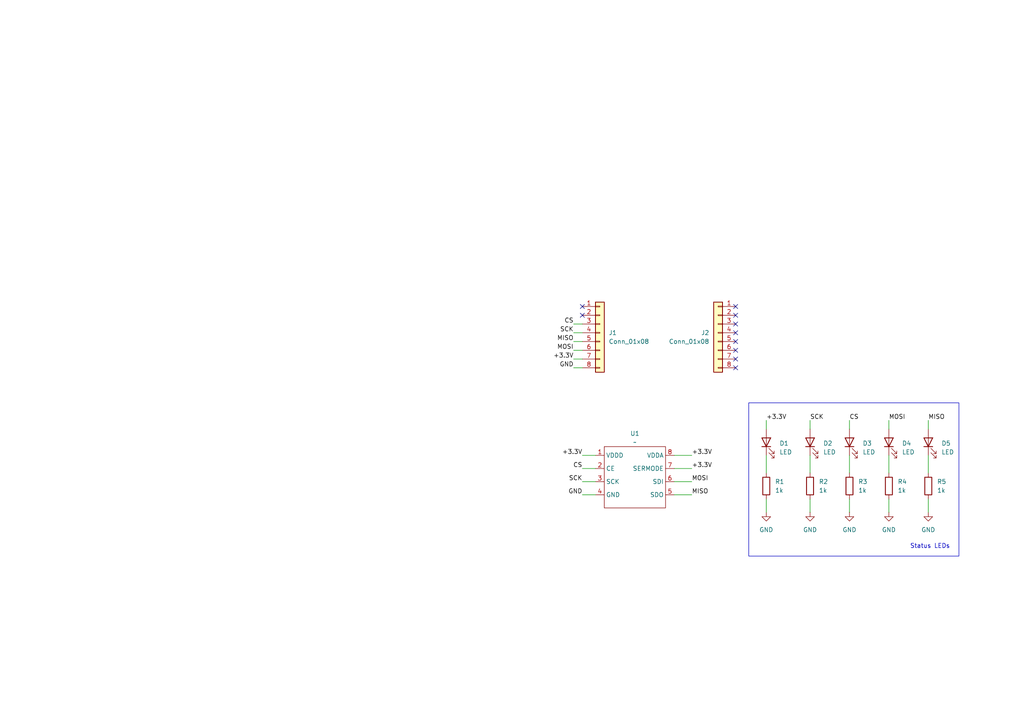
<source format=kicad_sch>
(kicad_sch (version 20231120) (generator "eeschema") (generator_version "8.0")
  (paper "A4")
  (title_block (title "DS1722 mikroBUS PCB") (date "2024-10-01"))
  (lib_symbols
    (symbol "Connector_Generic:Conn_01x08" (pin_names (offset 1.016) hide)
      (property "Reference" "J" (at 0 10.16 0))
      (property "Value" "Conn_01x08" (at 0 -12.7 0))
      (symbol "Conn_01x08_1_1"
        (rectangle (start -1.27 -10.033) (end 0 -10.287) (stroke (width 0.1524)))
        (rectangle (start -1.27 -7.493) (end 0 -7.747) (stroke (width 0.1524)))
        (rectangle (start -1.27 -4.953) (end 0 -5.207) (stroke (width 0.1524)))
        (rectangle (start -1.27 -2.413) (end 0 -2.667) (stroke (width 0.1524)))
        (rectangle (start -1.27 0.127) (end 0 -0.127) (stroke (width 0.1524)))
        (rectangle (start -1.27 2.667) (end 0 2.413) (stroke (width 0.1524)))
        (rectangle (start -1.27 5.207) (end 0 4.953) (stroke (width 0.1524)))
        (rectangle (start -1.27 7.747) (end 0 7.493) (stroke (width 0.1524)))
        (rectangle (start -1.27 8.89) (end 1.27 -11.43) (stroke (width 0.254)) (fill (type background)))
        (pin passive line (at -5.08 7.62 0) (length 3.81) (name "Pin_1") (number "1"))
        (pin passive line (at -5.08 5.08 0) (length 3.81) (name "Pin_2") (number "2"))
        (pin passive line (at -5.08 2.54 0) (length 3.81) (name "Pin_3") (number "3"))
        (pin passive line (at -5.08 0 0) (length 3.81) (name "Pin_4") (number "4"))
        (pin passive line (at -5.08 -2.54 0) (length 3.81) (name "Pin_5") (number "5"))
        (pin passive line (at -5.08 -5.08 0) (length 3.81) (name "Pin_6") (number "6"))
        (pin passive line (at -5.08 -7.62 0) (length 3.81) (name "Pin_7") (number "7"))
        (pin passive line (at -5.08 -10.16 0) (length 3.81) (name "Pin_8") (number "8"))
      )
    )
    (symbol "Device:LED" (pin_numbers hide) (pin_names (offset 1.016) hide)
      (property "Reference" "D" (at 0 2.54 0))
      (property "Value" "LED" (at 0 -2.54 0))
      (symbol "LED_0_1"
        (polyline (pts (xy -1.27 -1.27) (xy -1.27 1.27)) (stroke (width 0.254)))
        (polyline (pts (xy -1.27 0) (xy 1.27 0)))
        (polyline (pts (xy 1.27 -1.27) (xy 1.27 1.27) (xy -1.27 0) (xy 1.27 -1.27)) (stroke (width 0.254)))
        (polyline (pts (xy -3.048 -0.762) (xy -4.572 -2.286) (xy -3.81 -2.286) (xy -4.572 -2.286) (xy -4.572 -1.524)))
        (polyline (pts (xy -1.778 -0.762) (xy -3.302 -2.286) (xy -2.54 -2.286) (xy -3.302 -2.286) (xy -3.302 -1.524)))
      )
      (symbol "LED_1_1"
        (pin passive line (at -3.81 0 0) (length 2.54) (name "K") (number "1"))
        (pin passive line (at 3.81 0 180) (length 2.54) (name "A") (number "2"))
      )
    )
    (symbol "Device:R" (pin_numbers hide) (pin_names (offset 0))
      (property "Reference" "R" (at 2.032 0 90))
      (property "Value" "R" (at 0 0 90))
      (symbol "R_0_1"
        (rectangle (start -1.016 -2.54) (end 1.016 2.54) (stroke (width 0.254)))
      )
      (symbol "R_1_1"
        (pin passive line (at 0 3.81 270) (length 1.27) (name "~") (number "1"))
        (pin passive line (at 0 -3.81 90) (length 1.27) (name "~") (number "2"))
      )
    )
    (symbol "e155-DS1722-board:DS1722"
      (property "Reference" "U" (at -7.874 10.16 0))
      (symbol "DS1722_0_1"
        (rectangle (start -8.89 8.89) (end 8.89 -8.89))
      )
      (symbol "DS1722_1_1"
        (pin input line (at -11.43 6.35 0) (length 2.54) (name "VDDD") (number "1"))
        (pin input line (at -11.43 2.54 0) (length 2.54) (name "CE") (number "2"))
        (pin input line (at -11.43 -1.27 0) (length 2.54) (name "SCK") (number "3"))
        (pin input line (at -11.43 -5.08 0) (length 2.54) (name "GND") (number "4"))
        (pin input line (at 11.43 -5.08 180) (length 2.54) (name "SDO") (number "5"))
        (pin input line (at 11.43 -1.27 180) (length 2.54) (name "SDI") (number "6"))
        (pin input line (at 11.43 2.54 180) (length 2.54) (name "SERMODE") (number "7"))
        (pin input line (at 11.43 6.35 180) (length 2.54) (name "VDDA") (number "8"))
      )
    )
    (symbol "power:GND" (power) (pin_numbers hide) (pin_names (offset 0) hide)
      (property "Value" "GND" (at 0 -3.81 0))
      (symbol "GND_0_1"
        (polyline (pts (xy 0 0) (xy 0 -1.27) (xy 1.27 -1.27) (xy 0 -2.54) (xy -1.27 -1.27) (xy 0 -1.27)))
      )
      (symbol "GND_1_1"
        (pin power_in line (at 0 0 270) (length 0) (name "~") (number "1"))
      )
    )
  )
  (no_connect (at 168.91 88.9))
  (no_connect (at 168.91 91.44))
  (no_connect (at 213.36 99.06))
  (no_connect (at 213.36 104.14))
  (no_connect (at 213.36 106.68))
  (no_connect (at 213.36 96.52))
  (no_connect (at 213.36 93.98))
  (no_connect (at 213.36 91.44))
  (no_connect (at 213.36 101.6))
  (no_connect (at 213.36 88.9))
  (wire (pts (xy 200.66 139.7) (xy 195.58 139.7)))
  (wire (pts (xy 166.37 93.98) (xy 168.91 93.98)))
  (wire (pts (xy 195.58 132.08) (xy 200.66 132.08)))
  (wire (pts (xy 195.58 135.89) (xy 200.66 135.89)))
  (wire (pts (xy 168.91 132.08) (xy 172.72 132.08)))
  (wire (pts (xy 222.25 121.92) (xy 222.25 124.46)))
  (wire (pts (xy 222.25 132.08) (xy 222.25 137.16)))
  (wire (pts (xy 166.37 96.52) (xy 168.91 96.52)))
  (wire (pts (xy 269.24 144.78) (xy 269.24 148.59)))
  (wire (pts (xy 166.37 101.6) (xy 168.91 101.6)))
  (wire (pts (xy 234.95 144.78) (xy 234.95 148.59)))
  (wire (pts (xy 246.38 144.78) (xy 246.38 148.59)))
  (wire (pts (xy 200.66 143.51) (xy 195.58 143.51)))
  (wire (pts (xy 168.91 139.7) (xy 172.72 139.7)))
  (wire (pts (xy 234.95 132.08) (xy 234.95 137.16)))
  (wire (pts (xy 269.24 121.92) (xy 269.24 124.46)))
  (wire (pts (xy 166.37 104.14) (xy 168.91 104.14)))
  (wire (pts (xy 168.91 143.51) (xy 172.72 143.51)))
  (wire (pts (xy 166.37 99.06) (xy 168.91 99.06)))
  (wire (pts (xy 257.81 121.92) (xy 257.81 124.46)))
  (wire (pts (xy 222.25 144.78) (xy 222.25 148.59)))
  (wire (pts (xy 168.91 135.89) (xy 172.72 135.89)))
  (wire (pts (xy 246.38 121.92) (xy 246.38 124.46)))
  (wire (pts (xy 234.95 121.92) (xy 234.95 124.46)))
  (wire (pts (xy 257.81 144.78) (xy 257.81 148.59)))
  (wire (pts (xy 257.81 132.08) (xy 257.81 137.16)))
  (wire (pts (xy 166.37 106.68) (xy 168.91 106.68)))
  (wire (pts (xy 246.38 132.08) (xy 246.38 137.16)))
  (wire (pts (xy 269.24 132.08) (xy 269.24 137.16)))
  (rectangle (start 217.17 116.84) (end 278.13 161.29))
  (text "Status LEDs" (at 269.748 158.496 0) (effects (font (size 1.27 1.27))))
  (label "MISO" (at 200.66 143.51 0))
  (label "MOSI" (at 200.66 139.7 0))
  (label "GND" (at 168.91 143.51 180))
  (label "MISO" (at 166.37 99.06 180))
  (label "SCK" (at 166.37 96.52 180))
  (label "MOSI" (at 257.81 121.92 0))
  (label "CS" (at 168.91 135.89 180))
  (label "CS" (at 166.37 93.98 180))
  (label "CS" (at 246.38 121.92 0))
  (label "+3.3V" (at 166.37 104.14 180))
  (label "+3.3V" (at 200.66 135.89 0))
  (label "+3.3V" (at 200.66 132.08 0))
  (label "+3.3V" (at 222.25 121.92 0))
  (label "MOSI" (at 166.37 101.6 180))
  (label "SCK" (at 234.95 121.92 0))
  (label "MISO" (at 269.24 121.92 0))
  (label "GND" (at 166.37 106.68 180))
  (label "+3.3V" (at 168.91 132.08 180))
  (label "SCK" (at 168.91 139.7 180))
  (symbol (lib_id "Device:R") (at 269.24 140.97 0) (unit 1)
    (property "Reference" "R5" (at 271.78 139.6999 0) (effects (justify left)))
    (property "Value" "1k" (at 271.78 142.2399 0) (effects (justify left)))
    (property "Footprint" "Resistor_SMD:R_0805_2012Metric" (effects (hide yes)))
    (property "Description" "Resistor" (effects (hide yes)))
  )
  (symbol (lib_id "power:GND") (at 222.25 148.59 0) (unit 1)
    (property "Reference" "#PWR01" (effects (hide yes)))
    (property "Value" "GND" (at 222.25 153.67 0))
    (property "Description" "Power symbol creates a global label with name \"GND\" , ground" (effects (hide yes)))
  )
  (symbol (lib_id "Device:LED") (at 257.81 128.27 90) (unit 1)
    (property "Reference" "D4" (at 261.62 128.5874 90) (effects (justify right)))
    (property "Value" "LED" (at 261.62 131.1274 90) (effects (justify right)))
    (property "Footprint" "LED_SMD:LED_0805_2012Metric" (effects (hide yes)))
    (property "Description" "Light emitting diode" (effects (hide yes)))
  )
  (symbol (lib_id "power:GND") (at 234.95 148.59 0) (unit 1)
    (property "Reference" "#PWR02" (effects (hide yes)))
    (property "Value" "GND" (at 234.95 153.67 0))
    (property "Description" "Power symbol creates a global label with name \"GND\" , ground" (effects (hide yes)))
  )
  (symbol (lib_id "Connector_Generic:Conn_01x08") (at 173.99 96.52 0) (unit 1)
    (property "Reference" "J1" (at 176.53 96.5199 0) (effects (justify left)))
    (property "Value" "Conn_01x08" (at 176.53 99.0599 0) (effects (justify left)))
    (property "Footprint" "Connector_PinHeader_2.54mm:PinHeader_1x08_P2.54mm_Vertical" (effects (hide yes)))
    (property "Description" "Generic connector, single row, 01x08, script generated (kicad-library-utils/schlib/autogen/connector/)" (effects (hide yes)))
  )
  (symbol (lib_id "power:GND") (at 257.81 148.59 0) (unit 1)
    (property "Reference" "#PWR04" (effects (hide yes)))
    (property "Value" "GND" (at 257.81 153.67 0))
    (property "Description" "Power symbol creates a global label with name \"GND\" , ground" (effects (hide yes)))
  )
  (symbol (lib_id "Device:R") (at 234.95 140.97 0) (unit 1)
    (property "Reference" "R2" (at 237.49 139.6999 0) (effects (justify left)))
    (property "Value" "1k" (at 237.49 142.2399 0) (effects (justify left)))
    (property "Footprint" "Resistor_SMD:R_0805_2012Metric" (effects (hide yes)))
    (property "Description" "Resistor" (effects (hide yes)))
  )
  (symbol (lib_id "Device:LED") (at 269.24 128.27 90) (unit 1)
    (property "Reference" "D5" (at 273.05 128.5874 90) (effects (justify right)))
    (property "Value" "LED" (at 273.05 131.1274 90) (effects (justify right)))
    (property "Footprint" "LED_SMD:LED_0805_2012Metric" (effects (hide yes)))
    (property "Description" "Light emitting diode" (effects (hide yes)))
  )
  (symbol (lib_id "Device:LED") (at 246.38 128.27 90) (unit 1)
    (property "Reference" "D3" (at 250.19 128.5874 90) (effects (justify right)))
    (property "Value" "LED" (at 250.19 131.1274 90) (effects (justify right)))
    (property "Footprint" "LED_SMD:LED_0805_2012Metric" (effects (hide yes)))
    (property "Description" "Light emitting diode" (effects (hide yes)))
  )
  (symbol (lib_id "power:GND") (at 246.38 148.59 0) (unit 1)
    (property "Reference" "#PWR03" (effects (hide yes)))
    (property "Value" "GND" (at 246.38 153.67 0))
    (property "Description" "Power symbol creates a global label with name \"GND\" , ground" (effects (hide yes)))
  )
  (symbol (lib_id "e155-DS1722-board:DS1722") (at 184.15 138.43 0) (unit 1)
    (property "Reference" "U1" (at 184.15 125.73 0))
    (property "Value" "~" (at 184.15 128.27 0))
    (property "Footprint" "Package_SO:SOIC-8_3.9x4.9mm_P1.27mm" (effects (hide yes)))
  )
  (symbol (lib_id "Device:R") (at 246.38 140.97 0) (unit 1)
    (property "Reference" "R3" (at 248.92 139.6999 0) (effects (justify left)))
    (property "Value" "1k" (at 248.92 142.2399 0) (effects (justify left)))
    (property "Footprint" "Resistor_SMD:R_0805_2012Metric" (effects (hide yes)))
    (property "Description" "Resistor" (effects (hide yes)))
  )
  (symbol (lib_id "Device:R") (at 257.81 140.97 0) (unit 1)
    (property "Reference" "R4" (at 260.35 139.6999 0) (effects (justify left)))
    (property "Value" "1k" (at 260.35 142.2399 0) (effects (justify left)))
    (property "Footprint" "Resistor_SMD:R_0805_2012Metric" (effects (hide yes)))
    (property "Description" "Resistor" (effects (hide yes)))
  )
  (symbol (lib_id "Connector_Generic:Conn_01x08") (at 208.28 96.52 0) (mirror y) (unit 1)
    (property "Reference" "J2" (at 205.74 96.5199 0) (effects (justify left)))
    (property "Value" "Conn_01x08" (at 205.74 99.0599 0) (effects (justify left)))
    (property "Footprint" "Connector_PinHeader_2.54mm:PinHeader_1x08_P2.54mm_Vertical" (effects (hide yes)))
    (property "Description" "Generic connector, single row, 01x08, script generated (kicad-library-utils/schlib/autogen/connector/)" (effects (hide yes)))
  )
  (symbol (lib_id "power:GND") (at 269.24 148.59 0) (unit 1)
    (property "Reference" "#PWR05" (effects (hide yes)))
    (property "Value" "GND" (at 269.24 153.67 0))
    (property "Description" "Power symbol creates a global label with name \"GND\" , ground" (effects (hide yes)))
  )
  (symbol (lib_id "Device:LED") (at 234.95 128.27 90) (unit 1)
    (property "Reference" "D2" (at 238.76 128.5874 90) (effects (justify right)))
    (property "Value" "LED" (at 238.76 131.1274 90) (effects (justify right)))
    (property "Footprint" "LED_SMD:LED_0805_2012Metric" (effects (hide yes)))
    (property "Description" "Light emitting diode" (effects (hide yes)))
  )
  (symbol (lib_id "Device:LED") (at 222.25 128.27 90) (unit 1)
    (property "Reference" "D1" (at 226.06 128.5874 90) (effects (justify right)))
    (property "Value" "LED" (at 226.06 131.1274 90) (effects (justify right)))
    (property "Footprint" "LED_SMD:LED_0805_2012Metric" (effects (hide yes)))
    (property "Description" "Light emitting diode" (effects (hide yes)))
  )
  (symbol (lib_id "Device:R") (at 222.25 140.97 0) (unit 1)
    (property "Reference" "R1" (at 224.79 139.6999 0) (effects (justify left)))
    (property "Value" "1k" (at 224.79 142.2399 0) (effects (justify left)))
    (property "Footprint" "Resistor_SMD:R_0805_2012Metric" (effects (hide yes)))
    (property "Description" "Resistor" (effects (hide yes)))
  )
)
</source>
